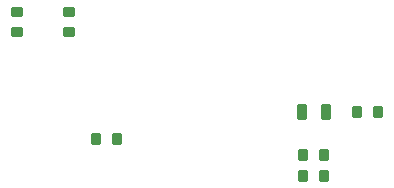
<source format=gtp>
G04 Layer_Color=8421504*
%FSLAX25Y25*%
%MOIN*%
G70*
G01*
G75*
G04:AMPARAMS|DCode=11|XSize=39.37mil|YSize=35.43mil|CornerRadius=4.43mil|HoleSize=0mil|Usage=FLASHONLY|Rotation=180.000|XOffset=0mil|YOffset=0mil|HoleType=Round|Shape=RoundedRectangle|*
%AMROUNDEDRECTD11*
21,1,0.03937,0.02658,0,0,180.0*
21,1,0.03051,0.03543,0,0,180.0*
1,1,0.00886,-0.01526,0.01329*
1,1,0.00886,0.01526,0.01329*
1,1,0.00886,0.01526,-0.01329*
1,1,0.00886,-0.01526,-0.01329*
%
%ADD11ROUNDEDRECTD11*%
G04:AMPARAMS|DCode=12|XSize=39.37mil|YSize=35.43mil|CornerRadius=4.43mil|HoleSize=0mil|Usage=FLASHONLY|Rotation=90.000|XOffset=0mil|YOffset=0mil|HoleType=Round|Shape=RoundedRectangle|*
%AMROUNDEDRECTD12*
21,1,0.03937,0.02658,0,0,90.0*
21,1,0.03051,0.03543,0,0,90.0*
1,1,0.00886,0.01329,0.01526*
1,1,0.00886,0.01329,-0.01526*
1,1,0.00886,-0.01329,-0.01526*
1,1,0.00886,-0.01329,0.01526*
%
%ADD12ROUNDEDRECTD12*%
G04:AMPARAMS|DCode=13|XSize=51.18mil|YSize=31.5mil|CornerRadius=3.94mil|HoleSize=0mil|Usage=FLASHONLY|Rotation=90.000|XOffset=0mil|YOffset=0mil|HoleType=Round|Shape=RoundedRectangle|*
%AMROUNDEDRECTD13*
21,1,0.05118,0.02362,0,0,90.0*
21,1,0.04331,0.03150,0,0,90.0*
1,1,0.00787,0.01181,0.02165*
1,1,0.00787,0.01181,-0.02165*
1,1,0.00787,-0.01181,-0.02165*
1,1,0.00787,-0.01181,0.02165*
%
%ADD13ROUNDEDRECTD13*%
D11*
X330000Y365847D02*
D03*
Y359154D02*
D03*
X347500Y365846D02*
D03*
Y359154D02*
D03*
D12*
X443654Y332500D02*
D03*
X450347D02*
D03*
X425654Y311000D02*
D03*
X432347D02*
D03*
X356653Y323500D02*
D03*
X363347D02*
D03*
X432346Y318000D02*
D03*
X425654D02*
D03*
D13*
X433000Y332500D02*
D03*
X425126D02*
D03*
M02*

</source>
